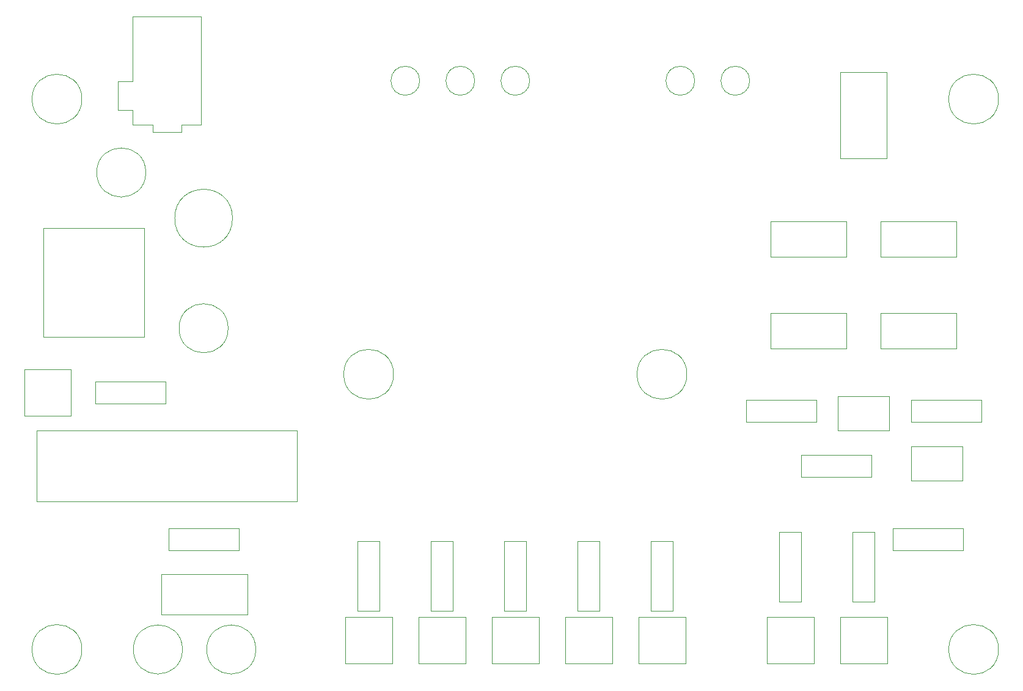
<source format=gbr>
G04 #@! TF.GenerationSoftware,KiCad,Pcbnew,6.0.6+dfsg-1*
G04 #@! TF.CreationDate,2022-07-08T16:57:29-05:00*
G04 #@! TF.ProjectId,thermoelectric-tube,74686572-6d6f-4656-9c65-63747269632d,C*
G04 #@! TF.SameCoordinates,Original*
G04 #@! TF.FileFunction,Other,User*
%FSLAX46Y46*%
G04 Gerber Fmt 4.6, Leading zero omitted, Abs format (unit mm)*
G04 Created by KiCad (PCBNEW 6.0.6+dfsg-1) date 2022-07-08 16:57:29*
%MOMM*%
%LPD*%
G01*
G04 APERTURE LIST*
%ADD10C,0.050000*%
G04 APERTURE END LIST*
D10*
X169170000Y-98870000D02*
X176270000Y-98870000D01*
X176270000Y-103610000D02*
X176270000Y-98870000D01*
X176270000Y-103610000D02*
X169170000Y-103610000D01*
X169170000Y-98870000D02*
X169170000Y-103610000D01*
X63110000Y-60960000D02*
G75*
G03*
X63110000Y-60960000I-3400000J0D01*
G01*
X46310000Y-94690000D02*
X52760000Y-94690000D01*
X52760000Y-88190000D02*
X46310000Y-88190000D01*
X52760000Y-94690000D02*
X52760000Y-88190000D01*
X46310000Y-88190000D02*
X46310000Y-94690000D01*
X155650000Y-128950000D02*
X155650000Y-122500000D01*
X155650000Y-122500000D02*
X149150000Y-122500000D01*
X149150000Y-128950000D02*
X155650000Y-128950000D01*
X149150000Y-122500000D02*
X149150000Y-128950000D01*
X159310000Y-122500000D02*
X159310000Y-128950000D01*
X165810000Y-122500000D02*
X159310000Y-122500000D01*
X165810000Y-128950000D02*
X165810000Y-122500000D01*
X159310000Y-128950000D02*
X165810000Y-128950000D01*
X68040000Y-55340000D02*
X64040000Y-55340000D01*
X61290000Y-54340000D02*
X61290000Y-52340000D01*
X70540000Y-54340000D02*
X70790000Y-54340000D01*
X64040000Y-54340000D02*
X61290000Y-54340000D01*
X70790000Y-54340000D02*
X70790000Y-39340000D01*
X61290000Y-52340000D02*
X59290000Y-52340000D01*
X68040000Y-54340000D02*
X68040000Y-55340000D01*
X61290000Y-39340000D02*
X70790000Y-39340000D01*
X61290000Y-48340000D02*
X61290000Y-39340000D01*
X59290000Y-48340000D02*
X61290000Y-48340000D01*
X70540000Y-54340000D02*
X68040000Y-54340000D01*
X64040000Y-55340000D02*
X64040000Y-54340000D01*
X59290000Y-52340000D02*
X59290000Y-48340000D01*
X164930000Y-72630000D02*
X175430000Y-72630000D01*
X164930000Y-67720000D02*
X164930000Y-72630000D01*
X175430000Y-67720000D02*
X164930000Y-67720000D01*
X175430000Y-72630000D02*
X175430000Y-67720000D01*
X160190000Y-85330000D02*
X160190000Y-80420000D01*
X149690000Y-80420000D02*
X149690000Y-85330000D01*
X149690000Y-85330000D02*
X160190000Y-85330000D01*
X160190000Y-80420000D02*
X149690000Y-80420000D01*
X175430000Y-80420000D02*
X164930000Y-80420000D01*
X175430000Y-85330000D02*
X175430000Y-80420000D01*
X164930000Y-85330000D02*
X175430000Y-85330000D01*
X164930000Y-80420000D02*
X164930000Y-85330000D01*
X54250000Y-50800000D02*
G75*
G03*
X54250000Y-50800000I-3450000J0D01*
G01*
X181250000Y-127000000D02*
G75*
G03*
X181250000Y-127000000I-3450000J0D01*
G01*
X181250000Y-50800000D02*
G75*
G03*
X181250000Y-50800000I-3450000J0D01*
G01*
X75120000Y-67290000D02*
G75*
G03*
X75120000Y-67290000I-4000000J0D01*
G01*
X153890000Y-103100000D02*
X163610000Y-103100000D01*
X153890000Y-100100000D02*
X153890000Y-103100000D01*
X163610000Y-100100000D02*
X153890000Y-100100000D01*
X163610000Y-103100000D02*
X163610000Y-100100000D01*
X166590000Y-113260000D02*
X176310000Y-113260000D01*
X176310000Y-113260000D02*
X176310000Y-110260000D01*
X176310000Y-110260000D02*
X166590000Y-110260000D01*
X166590000Y-110260000D02*
X166590000Y-113260000D01*
X164060000Y-110710000D02*
X161060000Y-110710000D01*
X161060000Y-120430000D02*
X164060000Y-120430000D01*
X164060000Y-120430000D02*
X164060000Y-110710000D01*
X161060000Y-110710000D02*
X161060000Y-120430000D01*
X178850000Y-92480000D02*
X169130000Y-92480000D01*
X169130000Y-92480000D02*
X169130000Y-95480000D01*
X178850000Y-95480000D02*
X178850000Y-92480000D01*
X169130000Y-95480000D02*
X178850000Y-95480000D01*
X150900000Y-120430000D02*
X153900000Y-120430000D01*
X153900000Y-110710000D02*
X150900000Y-110710000D01*
X150900000Y-110710000D02*
X150900000Y-120430000D01*
X153900000Y-120430000D02*
X153900000Y-110710000D01*
X159010000Y-91970000D02*
X166110000Y-91970000D01*
X159010000Y-91970000D02*
X159010000Y-96710000D01*
X166110000Y-96710000D02*
X166110000Y-91970000D01*
X166110000Y-96710000D02*
X159010000Y-96710000D01*
X155990000Y-92480000D02*
X146270000Y-92480000D01*
X155990000Y-95480000D02*
X155990000Y-92480000D01*
X146270000Y-92480000D02*
X146270000Y-95480000D01*
X146270000Y-95480000D02*
X155990000Y-95480000D01*
X160190000Y-72630000D02*
X160190000Y-67720000D01*
X160190000Y-67720000D02*
X149690000Y-67720000D01*
X149690000Y-67720000D02*
X149690000Y-72630000D01*
X149690000Y-72630000D02*
X160190000Y-72630000D01*
X138070000Y-88900000D02*
G75*
G03*
X138070000Y-88900000I-3450000J0D01*
G01*
X165760000Y-47050000D02*
X159360000Y-47050000D01*
X159360000Y-59050000D02*
X165760000Y-59050000D01*
X165760000Y-59050000D02*
X165760000Y-47050000D01*
X159360000Y-47050000D02*
X159360000Y-59050000D01*
X101060000Y-48260000D02*
G75*
G03*
X101060000Y-48260000I-2000000J0D01*
G01*
X100890000Y-122500000D02*
X100890000Y-128950000D01*
X107390000Y-122500000D02*
X100890000Y-122500000D01*
X107390000Y-128950000D02*
X107390000Y-122500000D01*
X100890000Y-128950000D02*
X107390000Y-128950000D01*
X121210000Y-128950000D02*
X127710000Y-128950000D01*
X127710000Y-128950000D02*
X127710000Y-122500000D01*
X127710000Y-122500000D02*
X121210000Y-122500000D01*
X121210000Y-122500000D02*
X121210000Y-128950000D01*
X74520000Y-82530000D02*
G75*
G03*
X74520000Y-82530000I-3400000J0D01*
G01*
X97430000Y-88900000D02*
G75*
G03*
X97430000Y-88900000I-3450000J0D01*
G01*
X136120000Y-111980000D02*
X133120000Y-111980000D01*
X133120000Y-121700000D02*
X136120000Y-121700000D01*
X136120000Y-121700000D02*
X136120000Y-111980000D01*
X133120000Y-111980000D02*
X133120000Y-121700000D01*
X102640000Y-121700000D02*
X105640000Y-121700000D01*
X105640000Y-111980000D02*
X102640000Y-111980000D01*
X105640000Y-121700000D02*
X105640000Y-111980000D01*
X102640000Y-111980000D02*
X102640000Y-121700000D01*
X84090000Y-106500000D02*
X84090000Y-96700000D01*
X84090000Y-96700000D02*
X47990000Y-96700000D01*
X47990000Y-96700000D02*
X47990000Y-106500000D01*
X47990000Y-106500000D02*
X84090000Y-106500000D01*
X75980000Y-110260000D02*
X66260000Y-110260000D01*
X66260000Y-113260000D02*
X75980000Y-113260000D01*
X75980000Y-113260000D02*
X75980000Y-110260000D01*
X66260000Y-110260000D02*
X66260000Y-113260000D01*
X97230000Y-128950000D02*
X97230000Y-122500000D01*
X90730000Y-122500000D02*
X90730000Y-128950000D01*
X97230000Y-122500000D02*
X90730000Y-122500000D01*
X90730000Y-128950000D02*
X97230000Y-128950000D01*
X108680000Y-48260000D02*
G75*
G03*
X108680000Y-48260000I-2000000J0D01*
G01*
X139160000Y-48260000D02*
G75*
G03*
X139160000Y-48260000I-2000000J0D01*
G01*
X125960000Y-121700000D02*
X125960000Y-111980000D01*
X122960000Y-111980000D02*
X122960000Y-121700000D01*
X125960000Y-111980000D02*
X122960000Y-111980000D01*
X122960000Y-121700000D02*
X125960000Y-121700000D01*
X54250000Y-127000000D02*
G75*
G03*
X54250000Y-127000000I-3450000J0D01*
G01*
X68190000Y-127000000D02*
G75*
G03*
X68190000Y-127000000I-3400000J0D01*
G01*
X65820000Y-89940000D02*
X56100000Y-89940000D01*
X65820000Y-92940000D02*
X65820000Y-89940000D01*
X56100000Y-92940000D02*
X65820000Y-92940000D01*
X56100000Y-89940000D02*
X56100000Y-92940000D01*
X115800000Y-111980000D02*
X112800000Y-111980000D01*
X112800000Y-111980000D02*
X112800000Y-121700000D01*
X115800000Y-121700000D02*
X115800000Y-111980000D01*
X112800000Y-121700000D02*
X115800000Y-121700000D01*
X146780000Y-48260000D02*
G75*
G03*
X146780000Y-48260000I-2000000J0D01*
G01*
X117550000Y-122500000D02*
X111050000Y-122500000D01*
X117550000Y-128950000D02*
X117550000Y-122500000D01*
X111050000Y-128950000D02*
X117550000Y-128950000D01*
X111050000Y-122500000D02*
X111050000Y-128950000D01*
X137870000Y-122500000D02*
X131370000Y-122500000D01*
X131370000Y-122500000D02*
X131370000Y-128950000D01*
X131370000Y-128950000D02*
X137870000Y-128950000D01*
X137870000Y-128950000D02*
X137870000Y-122500000D01*
X62880000Y-83700000D02*
X48880000Y-83700000D01*
X48880000Y-68700000D02*
X62880000Y-68700000D01*
X62880000Y-68700000D02*
X62880000Y-83700000D01*
X48880000Y-83700000D02*
X48880000Y-68700000D01*
X65260000Y-122180000D02*
X77160000Y-122180000D01*
X77160000Y-122180000D02*
X77160000Y-116580000D01*
X65260000Y-116580000D02*
X65260000Y-122180000D01*
X77160000Y-116580000D02*
X65260000Y-116580000D01*
X116300000Y-48260000D02*
G75*
G03*
X116300000Y-48260000I-2000000J0D01*
G01*
X78350000Y-127000000D02*
G75*
G03*
X78350000Y-127000000I-3400000J0D01*
G01*
X92480000Y-111980000D02*
X92480000Y-121700000D01*
X95480000Y-121700000D02*
X95480000Y-111980000D01*
X95480000Y-111980000D02*
X92480000Y-111980000D01*
X92480000Y-121700000D02*
X95480000Y-121700000D01*
M02*

</source>
